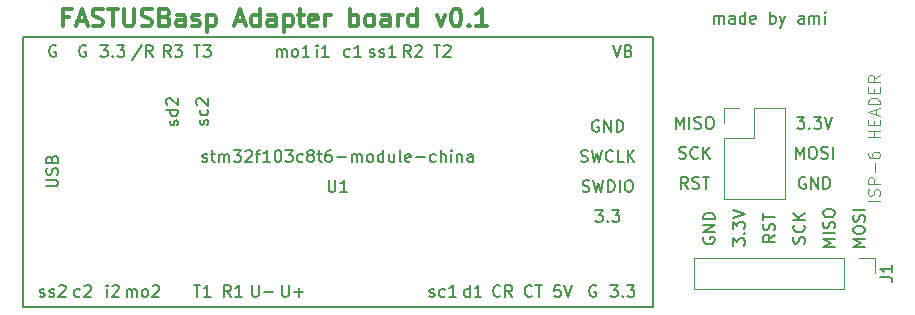
<source format=gto>
G04 #@! TF.FileFunction,Legend,Top*
%FSLAX46Y46*%
G04 Gerber Fmt 4.6, Leading zero omitted, Abs format (unit mm)*
G04 Created by KiCad (PCBNEW 4.0.6) date Sun May 21 13:57:47 2017*
%MOMM*%
%LPD*%
G01*
G04 APERTURE LIST*
%ADD10C,0.100000*%
%ADD11C,0.200000*%
%ADD12C,0.300000*%
%ADD13C,0.120000*%
%ADD14C,0.150000*%
G04 APERTURE END LIST*
D10*
D11*
X223020000Y-122681904D02*
X222972381Y-122777142D01*
X222972381Y-122919999D01*
X223020000Y-123062857D01*
X223115238Y-123158095D01*
X223210476Y-123205714D01*
X223400952Y-123253333D01*
X223543810Y-123253333D01*
X223734286Y-123205714D01*
X223829524Y-123158095D01*
X223924762Y-123062857D01*
X223972381Y-122919999D01*
X223972381Y-122824761D01*
X223924762Y-122681904D01*
X223877143Y-122634285D01*
X223543810Y-122634285D01*
X223543810Y-122824761D01*
X223972381Y-122205714D02*
X222972381Y-122205714D01*
X223972381Y-121634285D01*
X222972381Y-121634285D01*
X223972381Y-121158095D02*
X222972381Y-121158095D01*
X222972381Y-120920000D01*
X223020000Y-120777142D01*
X223115238Y-120681904D01*
X223210476Y-120634285D01*
X223400952Y-120586666D01*
X223543810Y-120586666D01*
X223734286Y-120634285D01*
X223829524Y-120681904D01*
X223924762Y-120777142D01*
X223972381Y-120920000D01*
X223972381Y-121158095D01*
X225512381Y-123396190D02*
X225512381Y-122777142D01*
X225893333Y-123110476D01*
X225893333Y-122967618D01*
X225940952Y-122872380D01*
X225988571Y-122824761D01*
X226083810Y-122777142D01*
X226321905Y-122777142D01*
X226417143Y-122824761D01*
X226464762Y-122872380D01*
X226512381Y-122967618D01*
X226512381Y-123253333D01*
X226464762Y-123348571D01*
X226417143Y-123396190D01*
X226417143Y-122348571D02*
X226464762Y-122300952D01*
X226512381Y-122348571D01*
X226464762Y-122396190D01*
X226417143Y-122348571D01*
X226512381Y-122348571D01*
X225512381Y-121967619D02*
X225512381Y-121348571D01*
X225893333Y-121681905D01*
X225893333Y-121539047D01*
X225940952Y-121443809D01*
X225988571Y-121396190D01*
X226083810Y-121348571D01*
X226321905Y-121348571D01*
X226417143Y-121396190D01*
X226464762Y-121443809D01*
X226512381Y-121539047D01*
X226512381Y-121824762D01*
X226464762Y-121920000D01*
X226417143Y-121967619D01*
X225512381Y-121062857D02*
X226512381Y-120729524D01*
X225512381Y-120396190D01*
X229052381Y-122467619D02*
X228576190Y-122800953D01*
X229052381Y-123039048D02*
X228052381Y-123039048D01*
X228052381Y-122658095D01*
X228100000Y-122562857D01*
X228147619Y-122515238D01*
X228242857Y-122467619D01*
X228385714Y-122467619D01*
X228480952Y-122515238D01*
X228528571Y-122562857D01*
X228576190Y-122658095D01*
X228576190Y-123039048D01*
X229004762Y-122086667D02*
X229052381Y-121943810D01*
X229052381Y-121705714D01*
X229004762Y-121610476D01*
X228957143Y-121562857D01*
X228861905Y-121515238D01*
X228766667Y-121515238D01*
X228671429Y-121562857D01*
X228623810Y-121610476D01*
X228576190Y-121705714D01*
X228528571Y-121896191D01*
X228480952Y-121991429D01*
X228433333Y-122039048D01*
X228338095Y-122086667D01*
X228242857Y-122086667D01*
X228147619Y-122039048D01*
X228100000Y-121991429D01*
X228052381Y-121896191D01*
X228052381Y-121658095D01*
X228100000Y-121515238D01*
X228052381Y-121229524D02*
X228052381Y-120658095D01*
X229052381Y-120943810D02*
X228052381Y-120943810D01*
X231544762Y-123205714D02*
X231592381Y-123062857D01*
X231592381Y-122824761D01*
X231544762Y-122729523D01*
X231497143Y-122681904D01*
X231401905Y-122634285D01*
X231306667Y-122634285D01*
X231211429Y-122681904D01*
X231163810Y-122729523D01*
X231116190Y-122824761D01*
X231068571Y-123015238D01*
X231020952Y-123110476D01*
X230973333Y-123158095D01*
X230878095Y-123205714D01*
X230782857Y-123205714D01*
X230687619Y-123158095D01*
X230640000Y-123110476D01*
X230592381Y-123015238D01*
X230592381Y-122777142D01*
X230640000Y-122634285D01*
X231497143Y-121634285D02*
X231544762Y-121681904D01*
X231592381Y-121824761D01*
X231592381Y-121919999D01*
X231544762Y-122062857D01*
X231449524Y-122158095D01*
X231354286Y-122205714D01*
X231163810Y-122253333D01*
X231020952Y-122253333D01*
X230830476Y-122205714D01*
X230735238Y-122158095D01*
X230640000Y-122062857D01*
X230592381Y-121919999D01*
X230592381Y-121824761D01*
X230640000Y-121681904D01*
X230687619Y-121634285D01*
X231592381Y-121205714D02*
X230592381Y-121205714D01*
X231592381Y-120634285D02*
X231020952Y-121062857D01*
X230592381Y-120634285D02*
X231163810Y-121205714D01*
X234132381Y-123491428D02*
X233132381Y-123491428D01*
X233846667Y-123158094D01*
X233132381Y-122824761D01*
X234132381Y-122824761D01*
X234132381Y-122348571D02*
X233132381Y-122348571D01*
X234084762Y-121920000D02*
X234132381Y-121777143D01*
X234132381Y-121539047D01*
X234084762Y-121443809D01*
X234037143Y-121396190D01*
X233941905Y-121348571D01*
X233846667Y-121348571D01*
X233751429Y-121396190D01*
X233703810Y-121443809D01*
X233656190Y-121539047D01*
X233608571Y-121729524D01*
X233560952Y-121824762D01*
X233513333Y-121872381D01*
X233418095Y-121920000D01*
X233322857Y-121920000D01*
X233227619Y-121872381D01*
X233180000Y-121824762D01*
X233132381Y-121729524D01*
X233132381Y-121491428D01*
X233180000Y-121348571D01*
X233132381Y-120729524D02*
X233132381Y-120539047D01*
X233180000Y-120443809D01*
X233275238Y-120348571D01*
X233465714Y-120300952D01*
X233799048Y-120300952D01*
X233989524Y-120348571D01*
X234084762Y-120443809D01*
X234132381Y-120539047D01*
X234132381Y-120729524D01*
X234084762Y-120824762D01*
X233989524Y-120920000D01*
X233799048Y-120967619D01*
X233465714Y-120967619D01*
X233275238Y-120920000D01*
X233180000Y-120824762D01*
X233132381Y-120729524D01*
X236672381Y-123491428D02*
X235672381Y-123491428D01*
X236386667Y-123158094D01*
X235672381Y-122824761D01*
X236672381Y-122824761D01*
X235672381Y-122158095D02*
X235672381Y-121967618D01*
X235720000Y-121872380D01*
X235815238Y-121777142D01*
X236005714Y-121729523D01*
X236339048Y-121729523D01*
X236529524Y-121777142D01*
X236624762Y-121872380D01*
X236672381Y-121967618D01*
X236672381Y-122158095D01*
X236624762Y-122253333D01*
X236529524Y-122348571D01*
X236339048Y-122396190D01*
X236005714Y-122396190D01*
X235815238Y-122348571D01*
X235720000Y-122253333D01*
X235672381Y-122158095D01*
X236624762Y-121348571D02*
X236672381Y-121205714D01*
X236672381Y-120967618D01*
X236624762Y-120872380D01*
X236577143Y-120824761D01*
X236481905Y-120777142D01*
X236386667Y-120777142D01*
X236291429Y-120824761D01*
X236243810Y-120872380D01*
X236196190Y-120967618D01*
X236148571Y-121158095D01*
X236100952Y-121253333D01*
X236053333Y-121300952D01*
X235958095Y-121348571D01*
X235862857Y-121348571D01*
X235767619Y-121300952D01*
X235720000Y-121253333D01*
X235672381Y-121158095D01*
X235672381Y-120919999D01*
X235720000Y-120777142D01*
X236672381Y-120348571D02*
X235672381Y-120348571D01*
X231648096Y-117610000D02*
X231552858Y-117562381D01*
X231410001Y-117562381D01*
X231267143Y-117610000D01*
X231171905Y-117705238D01*
X231124286Y-117800476D01*
X231076667Y-117990952D01*
X231076667Y-118133810D01*
X231124286Y-118324286D01*
X231171905Y-118419524D01*
X231267143Y-118514762D01*
X231410001Y-118562381D01*
X231505239Y-118562381D01*
X231648096Y-118514762D01*
X231695715Y-118467143D01*
X231695715Y-118133810D01*
X231505239Y-118133810D01*
X232124286Y-118562381D02*
X232124286Y-117562381D01*
X232695715Y-118562381D01*
X232695715Y-117562381D01*
X233171905Y-118562381D02*
X233171905Y-117562381D01*
X233410000Y-117562381D01*
X233552858Y-117610000D01*
X233648096Y-117705238D01*
X233695715Y-117800476D01*
X233743334Y-117990952D01*
X233743334Y-118133810D01*
X233695715Y-118324286D01*
X233648096Y-118419524D01*
X233552858Y-118514762D01*
X233410000Y-118562381D01*
X233171905Y-118562381D01*
X230838572Y-116022381D02*
X230838572Y-115022381D01*
X231171906Y-115736667D01*
X231505239Y-115022381D01*
X231505239Y-116022381D01*
X232171905Y-115022381D02*
X232362382Y-115022381D01*
X232457620Y-115070000D01*
X232552858Y-115165238D01*
X232600477Y-115355714D01*
X232600477Y-115689048D01*
X232552858Y-115879524D01*
X232457620Y-115974762D01*
X232362382Y-116022381D01*
X232171905Y-116022381D01*
X232076667Y-115974762D01*
X231981429Y-115879524D01*
X231933810Y-115689048D01*
X231933810Y-115355714D01*
X231981429Y-115165238D01*
X232076667Y-115070000D01*
X232171905Y-115022381D01*
X232981429Y-115974762D02*
X233124286Y-116022381D01*
X233362382Y-116022381D01*
X233457620Y-115974762D01*
X233505239Y-115927143D01*
X233552858Y-115831905D01*
X233552858Y-115736667D01*
X233505239Y-115641429D01*
X233457620Y-115593810D01*
X233362382Y-115546190D01*
X233171905Y-115498571D01*
X233076667Y-115450952D01*
X233029048Y-115403333D01*
X232981429Y-115308095D01*
X232981429Y-115212857D01*
X233029048Y-115117619D01*
X233076667Y-115070000D01*
X233171905Y-115022381D01*
X233410001Y-115022381D01*
X233552858Y-115070000D01*
X233981429Y-116022381D02*
X233981429Y-115022381D01*
X230933810Y-112482381D02*
X231552858Y-112482381D01*
X231219524Y-112863333D01*
X231362382Y-112863333D01*
X231457620Y-112910952D01*
X231505239Y-112958571D01*
X231552858Y-113053810D01*
X231552858Y-113291905D01*
X231505239Y-113387143D01*
X231457620Y-113434762D01*
X231362382Y-113482381D01*
X231076667Y-113482381D01*
X230981429Y-113434762D01*
X230933810Y-113387143D01*
X231981429Y-113387143D02*
X232029048Y-113434762D01*
X231981429Y-113482381D01*
X231933810Y-113434762D01*
X231981429Y-113387143D01*
X231981429Y-113482381D01*
X232362381Y-112482381D02*
X232981429Y-112482381D01*
X232648095Y-112863333D01*
X232790953Y-112863333D01*
X232886191Y-112910952D01*
X232933810Y-112958571D01*
X232981429Y-113053810D01*
X232981429Y-113291905D01*
X232933810Y-113387143D01*
X232886191Y-113434762D01*
X232790953Y-113482381D01*
X232505238Y-113482381D01*
X232410000Y-113434762D01*
X232362381Y-113387143D01*
X233267143Y-112482381D02*
X233600476Y-113482381D01*
X233933810Y-112482381D01*
D10*
X237942381Y-119609524D02*
X236942381Y-119609524D01*
X237894762Y-119180953D02*
X237942381Y-119038096D01*
X237942381Y-118800000D01*
X237894762Y-118704762D01*
X237847143Y-118657143D01*
X237751905Y-118609524D01*
X237656667Y-118609524D01*
X237561429Y-118657143D01*
X237513810Y-118704762D01*
X237466190Y-118800000D01*
X237418571Y-118990477D01*
X237370952Y-119085715D01*
X237323333Y-119133334D01*
X237228095Y-119180953D01*
X237132857Y-119180953D01*
X237037619Y-119133334D01*
X236990000Y-119085715D01*
X236942381Y-118990477D01*
X236942381Y-118752381D01*
X236990000Y-118609524D01*
X237942381Y-118180953D02*
X236942381Y-118180953D01*
X236942381Y-117800000D01*
X236990000Y-117704762D01*
X237037619Y-117657143D01*
X237132857Y-117609524D01*
X237275714Y-117609524D01*
X237370952Y-117657143D01*
X237418571Y-117704762D01*
X237466190Y-117800000D01*
X237466190Y-118180953D01*
X237561429Y-117180953D02*
X237561429Y-116419048D01*
X236942381Y-115514286D02*
X236942381Y-115704763D01*
X236990000Y-115800001D01*
X237037619Y-115847620D01*
X237180476Y-115942858D01*
X237370952Y-115990477D01*
X237751905Y-115990477D01*
X237847143Y-115942858D01*
X237894762Y-115895239D01*
X237942381Y-115800001D01*
X237942381Y-115609524D01*
X237894762Y-115514286D01*
X237847143Y-115466667D01*
X237751905Y-115419048D01*
X237513810Y-115419048D01*
X237418571Y-115466667D01*
X237370952Y-115514286D01*
X237323333Y-115609524D01*
X237323333Y-115800001D01*
X237370952Y-115895239D01*
X237418571Y-115942858D01*
X237513810Y-115990477D01*
X237942381Y-114228572D02*
X236942381Y-114228572D01*
X237418571Y-114228572D02*
X237418571Y-113657143D01*
X237942381Y-113657143D02*
X236942381Y-113657143D01*
X237418571Y-113180953D02*
X237418571Y-112847619D01*
X237942381Y-112704762D02*
X237942381Y-113180953D01*
X236942381Y-113180953D01*
X236942381Y-112704762D01*
X237656667Y-112323810D02*
X237656667Y-111847619D01*
X237942381Y-112419048D02*
X236942381Y-112085715D01*
X237942381Y-111752381D01*
X237942381Y-111419048D02*
X236942381Y-111419048D01*
X236942381Y-111180953D01*
X236990000Y-111038095D01*
X237085238Y-110942857D01*
X237180476Y-110895238D01*
X237370952Y-110847619D01*
X237513810Y-110847619D01*
X237704286Y-110895238D01*
X237799524Y-110942857D01*
X237894762Y-111038095D01*
X237942381Y-111180953D01*
X237942381Y-111419048D01*
X237418571Y-110419048D02*
X237418571Y-110085714D01*
X237942381Y-109942857D02*
X237942381Y-110419048D01*
X236942381Y-110419048D01*
X236942381Y-109942857D01*
X237942381Y-108942857D02*
X237466190Y-109276191D01*
X237942381Y-109514286D02*
X236942381Y-109514286D01*
X236942381Y-109133333D01*
X236990000Y-109038095D01*
X237037619Y-108990476D01*
X237132857Y-108942857D01*
X237275714Y-108942857D01*
X237370952Y-108990476D01*
X237418571Y-109038095D01*
X237466190Y-109133333D01*
X237466190Y-109514286D01*
D11*
X221702381Y-118562381D02*
X221369047Y-118086190D01*
X221130952Y-118562381D02*
X221130952Y-117562381D01*
X221511905Y-117562381D01*
X221607143Y-117610000D01*
X221654762Y-117657619D01*
X221702381Y-117752857D01*
X221702381Y-117895714D01*
X221654762Y-117990952D01*
X221607143Y-118038571D01*
X221511905Y-118086190D01*
X221130952Y-118086190D01*
X222083333Y-118514762D02*
X222226190Y-118562381D01*
X222464286Y-118562381D01*
X222559524Y-118514762D01*
X222607143Y-118467143D01*
X222654762Y-118371905D01*
X222654762Y-118276667D01*
X222607143Y-118181429D01*
X222559524Y-118133810D01*
X222464286Y-118086190D01*
X222273809Y-118038571D01*
X222178571Y-117990952D01*
X222130952Y-117943333D01*
X222083333Y-117848095D01*
X222083333Y-117752857D01*
X222130952Y-117657619D01*
X222178571Y-117610000D01*
X222273809Y-117562381D01*
X222511905Y-117562381D01*
X222654762Y-117610000D01*
X222940476Y-117562381D02*
X223511905Y-117562381D01*
X223226190Y-118562381D02*
X223226190Y-117562381D01*
X220964286Y-115974762D02*
X221107143Y-116022381D01*
X221345239Y-116022381D01*
X221440477Y-115974762D01*
X221488096Y-115927143D01*
X221535715Y-115831905D01*
X221535715Y-115736667D01*
X221488096Y-115641429D01*
X221440477Y-115593810D01*
X221345239Y-115546190D01*
X221154762Y-115498571D01*
X221059524Y-115450952D01*
X221011905Y-115403333D01*
X220964286Y-115308095D01*
X220964286Y-115212857D01*
X221011905Y-115117619D01*
X221059524Y-115070000D01*
X221154762Y-115022381D01*
X221392858Y-115022381D01*
X221535715Y-115070000D01*
X222535715Y-115927143D02*
X222488096Y-115974762D01*
X222345239Y-116022381D01*
X222250001Y-116022381D01*
X222107143Y-115974762D01*
X222011905Y-115879524D01*
X221964286Y-115784286D01*
X221916667Y-115593810D01*
X221916667Y-115450952D01*
X221964286Y-115260476D01*
X222011905Y-115165238D01*
X222107143Y-115070000D01*
X222250001Y-115022381D01*
X222345239Y-115022381D01*
X222488096Y-115070000D01*
X222535715Y-115117619D01*
X222964286Y-116022381D02*
X222964286Y-115022381D01*
X223535715Y-116022381D02*
X223107143Y-115450952D01*
X223535715Y-115022381D02*
X222964286Y-115593810D01*
X220678572Y-113482381D02*
X220678572Y-112482381D01*
X221011906Y-113196667D01*
X221345239Y-112482381D01*
X221345239Y-113482381D01*
X221821429Y-113482381D02*
X221821429Y-112482381D01*
X222250000Y-113434762D02*
X222392857Y-113482381D01*
X222630953Y-113482381D01*
X222726191Y-113434762D01*
X222773810Y-113387143D01*
X222821429Y-113291905D01*
X222821429Y-113196667D01*
X222773810Y-113101429D01*
X222726191Y-113053810D01*
X222630953Y-113006190D01*
X222440476Y-112958571D01*
X222345238Y-112910952D01*
X222297619Y-112863333D01*
X222250000Y-112768095D01*
X222250000Y-112672857D01*
X222297619Y-112577619D01*
X222345238Y-112530000D01*
X222440476Y-112482381D01*
X222678572Y-112482381D01*
X222821429Y-112530000D01*
X223440476Y-112482381D02*
X223630953Y-112482381D01*
X223726191Y-112530000D01*
X223821429Y-112625238D01*
X223869048Y-112815714D01*
X223869048Y-113149048D01*
X223821429Y-113339524D01*
X223726191Y-113434762D01*
X223630953Y-113482381D01*
X223440476Y-113482381D01*
X223345238Y-113434762D01*
X223250000Y-113339524D01*
X223202381Y-113149048D01*
X223202381Y-112815714D01*
X223250000Y-112625238D01*
X223345238Y-112530000D01*
X223440476Y-112482381D01*
X223885714Y-104592381D02*
X223885714Y-103925714D01*
X223885714Y-104020952D02*
X223933333Y-103973333D01*
X224028571Y-103925714D01*
X224171429Y-103925714D01*
X224266667Y-103973333D01*
X224314286Y-104068571D01*
X224314286Y-104592381D01*
X224314286Y-104068571D02*
X224361905Y-103973333D01*
X224457143Y-103925714D01*
X224600000Y-103925714D01*
X224695238Y-103973333D01*
X224742857Y-104068571D01*
X224742857Y-104592381D01*
X225647619Y-104592381D02*
X225647619Y-104068571D01*
X225600000Y-103973333D01*
X225504762Y-103925714D01*
X225314285Y-103925714D01*
X225219047Y-103973333D01*
X225647619Y-104544762D02*
X225552381Y-104592381D01*
X225314285Y-104592381D01*
X225219047Y-104544762D01*
X225171428Y-104449524D01*
X225171428Y-104354286D01*
X225219047Y-104259048D01*
X225314285Y-104211429D01*
X225552381Y-104211429D01*
X225647619Y-104163810D01*
X226552381Y-104592381D02*
X226552381Y-103592381D01*
X226552381Y-104544762D02*
X226457143Y-104592381D01*
X226266666Y-104592381D01*
X226171428Y-104544762D01*
X226123809Y-104497143D01*
X226076190Y-104401905D01*
X226076190Y-104116190D01*
X226123809Y-104020952D01*
X226171428Y-103973333D01*
X226266666Y-103925714D01*
X226457143Y-103925714D01*
X226552381Y-103973333D01*
X227409524Y-104544762D02*
X227314286Y-104592381D01*
X227123809Y-104592381D01*
X227028571Y-104544762D01*
X226980952Y-104449524D01*
X226980952Y-104068571D01*
X227028571Y-103973333D01*
X227123809Y-103925714D01*
X227314286Y-103925714D01*
X227409524Y-103973333D01*
X227457143Y-104068571D01*
X227457143Y-104163810D01*
X226980952Y-104259048D01*
X228647619Y-104592381D02*
X228647619Y-103592381D01*
X228647619Y-103973333D02*
X228742857Y-103925714D01*
X228933334Y-103925714D01*
X229028572Y-103973333D01*
X229076191Y-104020952D01*
X229123810Y-104116190D01*
X229123810Y-104401905D01*
X229076191Y-104497143D01*
X229028572Y-104544762D01*
X228933334Y-104592381D01*
X228742857Y-104592381D01*
X228647619Y-104544762D01*
X229457143Y-103925714D02*
X229695238Y-104592381D01*
X229933334Y-103925714D02*
X229695238Y-104592381D01*
X229600000Y-104830476D01*
X229552381Y-104878095D01*
X229457143Y-104925714D01*
X231504763Y-104592381D02*
X231504763Y-104068571D01*
X231457144Y-103973333D01*
X231361906Y-103925714D01*
X231171429Y-103925714D01*
X231076191Y-103973333D01*
X231504763Y-104544762D02*
X231409525Y-104592381D01*
X231171429Y-104592381D01*
X231076191Y-104544762D01*
X231028572Y-104449524D01*
X231028572Y-104354286D01*
X231076191Y-104259048D01*
X231171429Y-104211429D01*
X231409525Y-104211429D01*
X231504763Y-104163810D01*
X231980953Y-104592381D02*
X231980953Y-103925714D01*
X231980953Y-104020952D02*
X232028572Y-103973333D01*
X232123810Y-103925714D01*
X232266668Y-103925714D01*
X232361906Y-103973333D01*
X232409525Y-104068571D01*
X232409525Y-104592381D01*
X232409525Y-104068571D02*
X232457144Y-103973333D01*
X232552382Y-103925714D01*
X232695239Y-103925714D01*
X232790477Y-103973333D01*
X232838096Y-104068571D01*
X232838096Y-104592381D01*
X233314286Y-104592381D02*
X233314286Y-103925714D01*
X233314286Y-103592381D02*
X233266667Y-103640000D01*
X233314286Y-103687619D01*
X233361905Y-103640000D01*
X233314286Y-103592381D01*
X233314286Y-103687619D01*
D12*
X169297144Y-104032857D02*
X168797144Y-104032857D01*
X168797144Y-104818571D02*
X168797144Y-103318571D01*
X169511430Y-103318571D01*
X170011429Y-104390000D02*
X170725715Y-104390000D01*
X169868572Y-104818571D02*
X170368572Y-103318571D01*
X170868572Y-104818571D01*
X171297143Y-104747143D02*
X171511429Y-104818571D01*
X171868572Y-104818571D01*
X172011429Y-104747143D01*
X172082858Y-104675714D01*
X172154286Y-104532857D01*
X172154286Y-104390000D01*
X172082858Y-104247143D01*
X172011429Y-104175714D01*
X171868572Y-104104286D01*
X171582858Y-104032857D01*
X171440000Y-103961429D01*
X171368572Y-103890000D01*
X171297143Y-103747143D01*
X171297143Y-103604286D01*
X171368572Y-103461429D01*
X171440000Y-103390000D01*
X171582858Y-103318571D01*
X171940000Y-103318571D01*
X172154286Y-103390000D01*
X172582857Y-103318571D02*
X173440000Y-103318571D01*
X173011429Y-104818571D02*
X173011429Y-103318571D01*
X173940000Y-103318571D02*
X173940000Y-104532857D01*
X174011428Y-104675714D01*
X174082857Y-104747143D01*
X174225714Y-104818571D01*
X174511428Y-104818571D01*
X174654286Y-104747143D01*
X174725714Y-104675714D01*
X174797143Y-104532857D01*
X174797143Y-103318571D01*
X175440000Y-104747143D02*
X175654286Y-104818571D01*
X176011429Y-104818571D01*
X176154286Y-104747143D01*
X176225715Y-104675714D01*
X176297143Y-104532857D01*
X176297143Y-104390000D01*
X176225715Y-104247143D01*
X176154286Y-104175714D01*
X176011429Y-104104286D01*
X175725715Y-104032857D01*
X175582857Y-103961429D01*
X175511429Y-103890000D01*
X175440000Y-103747143D01*
X175440000Y-103604286D01*
X175511429Y-103461429D01*
X175582857Y-103390000D01*
X175725715Y-103318571D01*
X176082857Y-103318571D01*
X176297143Y-103390000D01*
X177440000Y-104032857D02*
X177654286Y-104104286D01*
X177725714Y-104175714D01*
X177797143Y-104318571D01*
X177797143Y-104532857D01*
X177725714Y-104675714D01*
X177654286Y-104747143D01*
X177511428Y-104818571D01*
X176940000Y-104818571D01*
X176940000Y-103318571D01*
X177440000Y-103318571D01*
X177582857Y-103390000D01*
X177654286Y-103461429D01*
X177725714Y-103604286D01*
X177725714Y-103747143D01*
X177654286Y-103890000D01*
X177582857Y-103961429D01*
X177440000Y-104032857D01*
X176940000Y-104032857D01*
X179082857Y-104818571D02*
X179082857Y-104032857D01*
X179011428Y-103890000D01*
X178868571Y-103818571D01*
X178582857Y-103818571D01*
X178440000Y-103890000D01*
X179082857Y-104747143D02*
X178940000Y-104818571D01*
X178582857Y-104818571D01*
X178440000Y-104747143D01*
X178368571Y-104604286D01*
X178368571Y-104461429D01*
X178440000Y-104318571D01*
X178582857Y-104247143D01*
X178940000Y-104247143D01*
X179082857Y-104175714D01*
X179725714Y-104747143D02*
X179868571Y-104818571D01*
X180154286Y-104818571D01*
X180297143Y-104747143D01*
X180368571Y-104604286D01*
X180368571Y-104532857D01*
X180297143Y-104390000D01*
X180154286Y-104318571D01*
X179940000Y-104318571D01*
X179797143Y-104247143D01*
X179725714Y-104104286D01*
X179725714Y-104032857D01*
X179797143Y-103890000D01*
X179940000Y-103818571D01*
X180154286Y-103818571D01*
X180297143Y-103890000D01*
X181011429Y-103818571D02*
X181011429Y-105318571D01*
X181011429Y-103890000D02*
X181154286Y-103818571D01*
X181440000Y-103818571D01*
X181582857Y-103890000D01*
X181654286Y-103961429D01*
X181725715Y-104104286D01*
X181725715Y-104532857D01*
X181654286Y-104675714D01*
X181582857Y-104747143D01*
X181440000Y-104818571D01*
X181154286Y-104818571D01*
X181011429Y-104747143D01*
X183440000Y-104390000D02*
X184154286Y-104390000D01*
X183297143Y-104818571D02*
X183797143Y-103318571D01*
X184297143Y-104818571D01*
X185440000Y-104818571D02*
X185440000Y-103318571D01*
X185440000Y-104747143D02*
X185297143Y-104818571D01*
X185011429Y-104818571D01*
X184868571Y-104747143D01*
X184797143Y-104675714D01*
X184725714Y-104532857D01*
X184725714Y-104104286D01*
X184797143Y-103961429D01*
X184868571Y-103890000D01*
X185011429Y-103818571D01*
X185297143Y-103818571D01*
X185440000Y-103890000D01*
X186797143Y-104818571D02*
X186797143Y-104032857D01*
X186725714Y-103890000D01*
X186582857Y-103818571D01*
X186297143Y-103818571D01*
X186154286Y-103890000D01*
X186797143Y-104747143D02*
X186654286Y-104818571D01*
X186297143Y-104818571D01*
X186154286Y-104747143D01*
X186082857Y-104604286D01*
X186082857Y-104461429D01*
X186154286Y-104318571D01*
X186297143Y-104247143D01*
X186654286Y-104247143D01*
X186797143Y-104175714D01*
X187511429Y-103818571D02*
X187511429Y-105318571D01*
X187511429Y-103890000D02*
X187654286Y-103818571D01*
X187940000Y-103818571D01*
X188082857Y-103890000D01*
X188154286Y-103961429D01*
X188225715Y-104104286D01*
X188225715Y-104532857D01*
X188154286Y-104675714D01*
X188082857Y-104747143D01*
X187940000Y-104818571D01*
X187654286Y-104818571D01*
X187511429Y-104747143D01*
X188654286Y-103818571D02*
X189225715Y-103818571D01*
X188868572Y-103318571D02*
X188868572Y-104604286D01*
X188940000Y-104747143D01*
X189082858Y-104818571D01*
X189225715Y-104818571D01*
X190297143Y-104747143D02*
X190154286Y-104818571D01*
X189868572Y-104818571D01*
X189725715Y-104747143D01*
X189654286Y-104604286D01*
X189654286Y-104032857D01*
X189725715Y-103890000D01*
X189868572Y-103818571D01*
X190154286Y-103818571D01*
X190297143Y-103890000D01*
X190368572Y-104032857D01*
X190368572Y-104175714D01*
X189654286Y-104318571D01*
X191011429Y-104818571D02*
X191011429Y-103818571D01*
X191011429Y-104104286D02*
X191082857Y-103961429D01*
X191154286Y-103890000D01*
X191297143Y-103818571D01*
X191440000Y-103818571D01*
X193082857Y-104818571D02*
X193082857Y-103318571D01*
X193082857Y-103890000D02*
X193225714Y-103818571D01*
X193511428Y-103818571D01*
X193654285Y-103890000D01*
X193725714Y-103961429D01*
X193797143Y-104104286D01*
X193797143Y-104532857D01*
X193725714Y-104675714D01*
X193654285Y-104747143D01*
X193511428Y-104818571D01*
X193225714Y-104818571D01*
X193082857Y-104747143D01*
X194654286Y-104818571D02*
X194511428Y-104747143D01*
X194440000Y-104675714D01*
X194368571Y-104532857D01*
X194368571Y-104104286D01*
X194440000Y-103961429D01*
X194511428Y-103890000D01*
X194654286Y-103818571D01*
X194868571Y-103818571D01*
X195011428Y-103890000D01*
X195082857Y-103961429D01*
X195154286Y-104104286D01*
X195154286Y-104532857D01*
X195082857Y-104675714D01*
X195011428Y-104747143D01*
X194868571Y-104818571D01*
X194654286Y-104818571D01*
X196440000Y-104818571D02*
X196440000Y-104032857D01*
X196368571Y-103890000D01*
X196225714Y-103818571D01*
X195940000Y-103818571D01*
X195797143Y-103890000D01*
X196440000Y-104747143D02*
X196297143Y-104818571D01*
X195940000Y-104818571D01*
X195797143Y-104747143D01*
X195725714Y-104604286D01*
X195725714Y-104461429D01*
X195797143Y-104318571D01*
X195940000Y-104247143D01*
X196297143Y-104247143D01*
X196440000Y-104175714D01*
X197154286Y-104818571D02*
X197154286Y-103818571D01*
X197154286Y-104104286D02*
X197225714Y-103961429D01*
X197297143Y-103890000D01*
X197440000Y-103818571D01*
X197582857Y-103818571D01*
X198725714Y-104818571D02*
X198725714Y-103318571D01*
X198725714Y-104747143D02*
X198582857Y-104818571D01*
X198297143Y-104818571D01*
X198154285Y-104747143D01*
X198082857Y-104675714D01*
X198011428Y-104532857D01*
X198011428Y-104104286D01*
X198082857Y-103961429D01*
X198154285Y-103890000D01*
X198297143Y-103818571D01*
X198582857Y-103818571D01*
X198725714Y-103890000D01*
X200440000Y-103818571D02*
X200797143Y-104818571D01*
X201154285Y-103818571D01*
X202011428Y-103318571D02*
X202154285Y-103318571D01*
X202297142Y-103390000D01*
X202368571Y-103461429D01*
X202440000Y-103604286D01*
X202511428Y-103890000D01*
X202511428Y-104247143D01*
X202440000Y-104532857D01*
X202368571Y-104675714D01*
X202297142Y-104747143D01*
X202154285Y-104818571D01*
X202011428Y-104818571D01*
X201868571Y-104747143D01*
X201797142Y-104675714D01*
X201725714Y-104532857D01*
X201654285Y-104247143D01*
X201654285Y-103890000D01*
X201725714Y-103604286D01*
X201797142Y-103461429D01*
X201868571Y-103390000D01*
X202011428Y-103318571D01*
X203154285Y-104675714D02*
X203225713Y-104747143D01*
X203154285Y-104818571D01*
X203082856Y-104747143D01*
X203154285Y-104675714D01*
X203154285Y-104818571D01*
X204654285Y-104818571D02*
X203797142Y-104818571D01*
X204225714Y-104818571D02*
X204225714Y-103318571D01*
X204082857Y-103532857D01*
X203939999Y-103675714D01*
X203797142Y-103747143D01*
D13*
X224730000Y-114300000D02*
X224730000Y-119440000D01*
X224730000Y-119440000D02*
X229930000Y-119440000D01*
X229930000Y-119440000D02*
X229930000Y-111700000D01*
X229930000Y-111700000D02*
X227330000Y-111700000D01*
X227330000Y-111700000D02*
X227330000Y-114300000D01*
X227330000Y-114300000D02*
X224730000Y-114300000D01*
X224730000Y-113030000D02*
X224730000Y-111700000D01*
X224730000Y-111700000D02*
X226060000Y-111700000D01*
D14*
X165375001Y-128545001D02*
X218715001Y-128545001D01*
X218715001Y-105685001D02*
X165375001Y-105685001D01*
X218715001Y-128545001D02*
X218715001Y-105685001D01*
X165375001Y-105685001D02*
X165375001Y-128545001D01*
D13*
X234950000Y-124400000D02*
X222190000Y-124400000D01*
X222190000Y-124400000D02*
X222190000Y-127060000D01*
X222190000Y-127060000D02*
X234950000Y-127060000D01*
X234950000Y-127060000D02*
X234950000Y-124400000D01*
X236220000Y-124400000D02*
X237550000Y-124400000D01*
X237550000Y-124400000D02*
X237550000Y-125730000D01*
D14*
X191283096Y-117837382D02*
X191283096Y-118646906D01*
X191330715Y-118742144D01*
X191378334Y-118789763D01*
X191473572Y-118837382D01*
X191664049Y-118837382D01*
X191759287Y-118789763D01*
X191806906Y-118742144D01*
X191854525Y-118646906D01*
X191854525Y-117837382D01*
X192854525Y-118837382D02*
X192283096Y-118837382D01*
X192568810Y-118837382D02*
X192568810Y-117837382D01*
X192473572Y-117980239D01*
X192378334Y-118075477D01*
X192283096Y-118123096D01*
X180568810Y-116249763D02*
X180664048Y-116297382D01*
X180854524Y-116297382D01*
X180949763Y-116249763D01*
X180997382Y-116154525D01*
X180997382Y-116106906D01*
X180949763Y-116011668D01*
X180854524Y-115964049D01*
X180711667Y-115964049D01*
X180616429Y-115916430D01*
X180568810Y-115821191D01*
X180568810Y-115773572D01*
X180616429Y-115678334D01*
X180711667Y-115630715D01*
X180854524Y-115630715D01*
X180949763Y-115678334D01*
X181283096Y-115630715D02*
X181664048Y-115630715D01*
X181425953Y-115297382D02*
X181425953Y-116154525D01*
X181473572Y-116249763D01*
X181568810Y-116297382D01*
X181664048Y-116297382D01*
X181997382Y-116297382D02*
X181997382Y-115630715D01*
X181997382Y-115725953D02*
X182045001Y-115678334D01*
X182140239Y-115630715D01*
X182283097Y-115630715D01*
X182378335Y-115678334D01*
X182425954Y-115773572D01*
X182425954Y-116297382D01*
X182425954Y-115773572D02*
X182473573Y-115678334D01*
X182568811Y-115630715D01*
X182711668Y-115630715D01*
X182806906Y-115678334D01*
X182854525Y-115773572D01*
X182854525Y-116297382D01*
X183235477Y-115297382D02*
X183854525Y-115297382D01*
X183521191Y-115678334D01*
X183664049Y-115678334D01*
X183759287Y-115725953D01*
X183806906Y-115773572D01*
X183854525Y-115868811D01*
X183854525Y-116106906D01*
X183806906Y-116202144D01*
X183759287Y-116249763D01*
X183664049Y-116297382D01*
X183378334Y-116297382D01*
X183283096Y-116249763D01*
X183235477Y-116202144D01*
X184235477Y-115392620D02*
X184283096Y-115345001D01*
X184378334Y-115297382D01*
X184616430Y-115297382D01*
X184711668Y-115345001D01*
X184759287Y-115392620D01*
X184806906Y-115487858D01*
X184806906Y-115583096D01*
X184759287Y-115725953D01*
X184187858Y-116297382D01*
X184806906Y-116297382D01*
X185092620Y-115630715D02*
X185473572Y-115630715D01*
X185235477Y-116297382D02*
X185235477Y-115440239D01*
X185283096Y-115345001D01*
X185378334Y-115297382D01*
X185473572Y-115297382D01*
X186330716Y-116297382D02*
X185759287Y-116297382D01*
X186045001Y-116297382D02*
X186045001Y-115297382D01*
X185949763Y-115440239D01*
X185854525Y-115535477D01*
X185759287Y-115583096D01*
X186949763Y-115297382D02*
X187045002Y-115297382D01*
X187140240Y-115345001D01*
X187187859Y-115392620D01*
X187235478Y-115487858D01*
X187283097Y-115678334D01*
X187283097Y-115916430D01*
X187235478Y-116106906D01*
X187187859Y-116202144D01*
X187140240Y-116249763D01*
X187045002Y-116297382D01*
X186949763Y-116297382D01*
X186854525Y-116249763D01*
X186806906Y-116202144D01*
X186759287Y-116106906D01*
X186711668Y-115916430D01*
X186711668Y-115678334D01*
X186759287Y-115487858D01*
X186806906Y-115392620D01*
X186854525Y-115345001D01*
X186949763Y-115297382D01*
X187616430Y-115297382D02*
X188235478Y-115297382D01*
X187902144Y-115678334D01*
X188045002Y-115678334D01*
X188140240Y-115725953D01*
X188187859Y-115773572D01*
X188235478Y-115868811D01*
X188235478Y-116106906D01*
X188187859Y-116202144D01*
X188140240Y-116249763D01*
X188045002Y-116297382D01*
X187759287Y-116297382D01*
X187664049Y-116249763D01*
X187616430Y-116202144D01*
X189092621Y-116249763D02*
X188997383Y-116297382D01*
X188806906Y-116297382D01*
X188711668Y-116249763D01*
X188664049Y-116202144D01*
X188616430Y-116106906D01*
X188616430Y-115821191D01*
X188664049Y-115725953D01*
X188711668Y-115678334D01*
X188806906Y-115630715D01*
X188997383Y-115630715D01*
X189092621Y-115678334D01*
X189664049Y-115725953D02*
X189568811Y-115678334D01*
X189521192Y-115630715D01*
X189473573Y-115535477D01*
X189473573Y-115487858D01*
X189521192Y-115392620D01*
X189568811Y-115345001D01*
X189664049Y-115297382D01*
X189854526Y-115297382D01*
X189949764Y-115345001D01*
X189997383Y-115392620D01*
X190045002Y-115487858D01*
X190045002Y-115535477D01*
X189997383Y-115630715D01*
X189949764Y-115678334D01*
X189854526Y-115725953D01*
X189664049Y-115725953D01*
X189568811Y-115773572D01*
X189521192Y-115821191D01*
X189473573Y-115916430D01*
X189473573Y-116106906D01*
X189521192Y-116202144D01*
X189568811Y-116249763D01*
X189664049Y-116297382D01*
X189854526Y-116297382D01*
X189949764Y-116249763D01*
X189997383Y-116202144D01*
X190045002Y-116106906D01*
X190045002Y-115916430D01*
X189997383Y-115821191D01*
X189949764Y-115773572D01*
X189854526Y-115725953D01*
X190330716Y-115630715D02*
X190711668Y-115630715D01*
X190473573Y-115297382D02*
X190473573Y-116154525D01*
X190521192Y-116249763D01*
X190616430Y-116297382D01*
X190711668Y-116297382D01*
X191473574Y-115297382D02*
X191283097Y-115297382D01*
X191187859Y-115345001D01*
X191140240Y-115392620D01*
X191045002Y-115535477D01*
X190997383Y-115725953D01*
X190997383Y-116106906D01*
X191045002Y-116202144D01*
X191092621Y-116249763D01*
X191187859Y-116297382D01*
X191378336Y-116297382D01*
X191473574Y-116249763D01*
X191521193Y-116202144D01*
X191568812Y-116106906D01*
X191568812Y-115868811D01*
X191521193Y-115773572D01*
X191473574Y-115725953D01*
X191378336Y-115678334D01*
X191187859Y-115678334D01*
X191092621Y-115725953D01*
X191045002Y-115773572D01*
X190997383Y-115868811D01*
X191997383Y-115916430D02*
X192759288Y-115916430D01*
X193235478Y-116297382D02*
X193235478Y-115630715D01*
X193235478Y-115725953D02*
X193283097Y-115678334D01*
X193378335Y-115630715D01*
X193521193Y-115630715D01*
X193616431Y-115678334D01*
X193664050Y-115773572D01*
X193664050Y-116297382D01*
X193664050Y-115773572D02*
X193711669Y-115678334D01*
X193806907Y-115630715D01*
X193949764Y-115630715D01*
X194045002Y-115678334D01*
X194092621Y-115773572D01*
X194092621Y-116297382D01*
X194711668Y-116297382D02*
X194616430Y-116249763D01*
X194568811Y-116202144D01*
X194521192Y-116106906D01*
X194521192Y-115821191D01*
X194568811Y-115725953D01*
X194616430Y-115678334D01*
X194711668Y-115630715D01*
X194854526Y-115630715D01*
X194949764Y-115678334D01*
X194997383Y-115725953D01*
X195045002Y-115821191D01*
X195045002Y-116106906D01*
X194997383Y-116202144D01*
X194949764Y-116249763D01*
X194854526Y-116297382D01*
X194711668Y-116297382D01*
X195902145Y-116297382D02*
X195902145Y-115297382D01*
X195902145Y-116249763D02*
X195806907Y-116297382D01*
X195616430Y-116297382D01*
X195521192Y-116249763D01*
X195473573Y-116202144D01*
X195425954Y-116106906D01*
X195425954Y-115821191D01*
X195473573Y-115725953D01*
X195521192Y-115678334D01*
X195616430Y-115630715D01*
X195806907Y-115630715D01*
X195902145Y-115678334D01*
X196806907Y-115630715D02*
X196806907Y-116297382D01*
X196378335Y-115630715D02*
X196378335Y-116154525D01*
X196425954Y-116249763D01*
X196521192Y-116297382D01*
X196664050Y-116297382D01*
X196759288Y-116249763D01*
X196806907Y-116202144D01*
X197425954Y-116297382D02*
X197330716Y-116249763D01*
X197283097Y-116154525D01*
X197283097Y-115297382D01*
X198187860Y-116249763D02*
X198092622Y-116297382D01*
X197902145Y-116297382D01*
X197806907Y-116249763D01*
X197759288Y-116154525D01*
X197759288Y-115773572D01*
X197806907Y-115678334D01*
X197902145Y-115630715D01*
X198092622Y-115630715D01*
X198187860Y-115678334D01*
X198235479Y-115773572D01*
X198235479Y-115868811D01*
X197759288Y-115964049D01*
X198664050Y-115916430D02*
X199425955Y-115916430D01*
X200330717Y-116249763D02*
X200235479Y-116297382D01*
X200045002Y-116297382D01*
X199949764Y-116249763D01*
X199902145Y-116202144D01*
X199854526Y-116106906D01*
X199854526Y-115821191D01*
X199902145Y-115725953D01*
X199949764Y-115678334D01*
X200045002Y-115630715D01*
X200235479Y-115630715D01*
X200330717Y-115678334D01*
X200759288Y-116297382D02*
X200759288Y-115297382D01*
X201187860Y-116297382D02*
X201187860Y-115773572D01*
X201140241Y-115678334D01*
X201045003Y-115630715D01*
X200902145Y-115630715D01*
X200806907Y-115678334D01*
X200759288Y-115725953D01*
X201664050Y-116297382D02*
X201664050Y-115630715D01*
X201664050Y-115297382D02*
X201616431Y-115345001D01*
X201664050Y-115392620D01*
X201711669Y-115345001D01*
X201664050Y-115297382D01*
X201664050Y-115392620D01*
X202140240Y-115630715D02*
X202140240Y-116297382D01*
X202140240Y-115725953D02*
X202187859Y-115678334D01*
X202283097Y-115630715D01*
X202425955Y-115630715D01*
X202521193Y-115678334D01*
X202568812Y-115773572D01*
X202568812Y-116297382D01*
X203473574Y-116297382D02*
X203473574Y-115773572D01*
X203425955Y-115678334D01*
X203330717Y-115630715D01*
X203140240Y-115630715D01*
X203045002Y-115678334D01*
X203473574Y-116249763D02*
X203378336Y-116297382D01*
X203140240Y-116297382D01*
X203045002Y-116249763D01*
X202997383Y-116154525D01*
X202997383Y-116059287D01*
X203045002Y-115964049D01*
X203140240Y-115916430D01*
X203378336Y-115916430D01*
X203473574Y-115868811D01*
X181019763Y-113154049D02*
X181067382Y-113058811D01*
X181067382Y-112868335D01*
X181019763Y-112773096D01*
X180924525Y-112725477D01*
X180876906Y-112725477D01*
X180781668Y-112773096D01*
X180734049Y-112868335D01*
X180734049Y-113011192D01*
X180686430Y-113106430D01*
X180591191Y-113154049D01*
X180543572Y-113154049D01*
X180448334Y-113106430D01*
X180400715Y-113011192D01*
X180400715Y-112868335D01*
X180448334Y-112773096D01*
X181019763Y-111868334D02*
X181067382Y-111963572D01*
X181067382Y-112154049D01*
X181019763Y-112249287D01*
X180972144Y-112296906D01*
X180876906Y-112344525D01*
X180591191Y-112344525D01*
X180495953Y-112296906D01*
X180448334Y-112249287D01*
X180400715Y-112154049D01*
X180400715Y-111963572D01*
X180448334Y-111868334D01*
X180162620Y-111487382D02*
X180115001Y-111439763D01*
X180067382Y-111344525D01*
X180067382Y-111106429D01*
X180115001Y-111011191D01*
X180162620Y-110963572D01*
X180257858Y-110915953D01*
X180353096Y-110915953D01*
X180495953Y-110963572D01*
X181067382Y-111535001D01*
X181067382Y-110915953D01*
X178479763Y-113177858D02*
X178527382Y-113082620D01*
X178527382Y-112892144D01*
X178479763Y-112796905D01*
X178384525Y-112749286D01*
X178336906Y-112749286D01*
X178241668Y-112796905D01*
X178194049Y-112892144D01*
X178194049Y-113035001D01*
X178146430Y-113130239D01*
X178051191Y-113177858D01*
X178003572Y-113177858D01*
X177908334Y-113130239D01*
X177860715Y-113035001D01*
X177860715Y-112892144D01*
X177908334Y-112796905D01*
X178527382Y-111892143D02*
X177527382Y-111892143D01*
X178479763Y-111892143D02*
X178527382Y-111987381D01*
X178527382Y-112177858D01*
X178479763Y-112273096D01*
X178432144Y-112320715D01*
X178336906Y-112368334D01*
X178051191Y-112368334D01*
X177955953Y-112320715D01*
X177908334Y-112273096D01*
X177860715Y-112177858D01*
X177860715Y-111987381D01*
X177908334Y-111892143D01*
X177622620Y-111463572D02*
X177575001Y-111415953D01*
X177527382Y-111320715D01*
X177527382Y-111082619D01*
X177575001Y-110987381D01*
X177622620Y-110939762D01*
X177717858Y-110892143D01*
X177813096Y-110892143D01*
X177955953Y-110939762D01*
X178527382Y-111511191D01*
X178527382Y-110892143D01*
X174177858Y-127727382D02*
X174177858Y-127060715D01*
X174177858Y-127155953D02*
X174225477Y-127108334D01*
X174320715Y-127060715D01*
X174463573Y-127060715D01*
X174558811Y-127108334D01*
X174606430Y-127203572D01*
X174606430Y-127727382D01*
X174606430Y-127203572D02*
X174654049Y-127108334D01*
X174749287Y-127060715D01*
X174892144Y-127060715D01*
X174987382Y-127108334D01*
X175035001Y-127203572D01*
X175035001Y-127727382D01*
X175654048Y-127727382D02*
X175558810Y-127679763D01*
X175511191Y-127632144D01*
X175463572Y-127536906D01*
X175463572Y-127251191D01*
X175511191Y-127155953D01*
X175558810Y-127108334D01*
X175654048Y-127060715D01*
X175796906Y-127060715D01*
X175892144Y-127108334D01*
X175939763Y-127155953D01*
X175987382Y-127251191D01*
X175987382Y-127536906D01*
X175939763Y-127632144D01*
X175892144Y-127679763D01*
X175796906Y-127727382D01*
X175654048Y-127727382D01*
X176368334Y-126822620D02*
X176415953Y-126775001D01*
X176511191Y-126727382D01*
X176749287Y-126727382D01*
X176844525Y-126775001D01*
X176892144Y-126822620D01*
X176939763Y-126917858D01*
X176939763Y-127013096D01*
X176892144Y-127155953D01*
X176320715Y-127727382D01*
X176939763Y-127727382D01*
X172518811Y-127727382D02*
X172518811Y-127060715D01*
X172518811Y-126727382D02*
X172471192Y-126775001D01*
X172518811Y-126822620D01*
X172566430Y-126775001D01*
X172518811Y-126727382D01*
X172518811Y-126822620D01*
X172947382Y-126822620D02*
X172995001Y-126775001D01*
X173090239Y-126727382D01*
X173328335Y-126727382D01*
X173423573Y-126775001D01*
X173471192Y-126822620D01*
X173518811Y-126917858D01*
X173518811Y-127013096D01*
X173471192Y-127155953D01*
X172899763Y-127727382D01*
X173518811Y-127727382D01*
X170216906Y-127679763D02*
X170121668Y-127727382D01*
X169931191Y-127727382D01*
X169835953Y-127679763D01*
X169788334Y-127632144D01*
X169740715Y-127536906D01*
X169740715Y-127251191D01*
X169788334Y-127155953D01*
X169835953Y-127108334D01*
X169931191Y-127060715D01*
X170121668Y-127060715D01*
X170216906Y-127108334D01*
X170597858Y-126822620D02*
X170645477Y-126775001D01*
X170740715Y-126727382D01*
X170978811Y-126727382D01*
X171074049Y-126775001D01*
X171121668Y-126822620D01*
X171169287Y-126917858D01*
X171169287Y-127013096D01*
X171121668Y-127155953D01*
X170550239Y-127727382D01*
X171169287Y-127727382D01*
X166819763Y-127679763D02*
X166915001Y-127727382D01*
X167105477Y-127727382D01*
X167200716Y-127679763D01*
X167248335Y-127584525D01*
X167248335Y-127536906D01*
X167200716Y-127441668D01*
X167105477Y-127394049D01*
X166962620Y-127394049D01*
X166867382Y-127346430D01*
X166819763Y-127251191D01*
X166819763Y-127203572D01*
X166867382Y-127108334D01*
X166962620Y-127060715D01*
X167105477Y-127060715D01*
X167200716Y-127108334D01*
X167629287Y-127679763D02*
X167724525Y-127727382D01*
X167915001Y-127727382D01*
X168010240Y-127679763D01*
X168057859Y-127584525D01*
X168057859Y-127536906D01*
X168010240Y-127441668D01*
X167915001Y-127394049D01*
X167772144Y-127394049D01*
X167676906Y-127346430D01*
X167629287Y-127251191D01*
X167629287Y-127203572D01*
X167676906Y-127108334D01*
X167772144Y-127060715D01*
X167915001Y-127060715D01*
X168010240Y-127108334D01*
X168438811Y-126822620D02*
X168486430Y-126775001D01*
X168581668Y-126727382D01*
X168819764Y-126727382D01*
X168915002Y-126775001D01*
X168962621Y-126822620D01*
X169010240Y-126917858D01*
X169010240Y-127013096D01*
X168962621Y-127155953D01*
X168391192Y-127727382D01*
X169010240Y-127727382D01*
X203213097Y-127727382D02*
X203213097Y-126727382D01*
X203213097Y-127679763D02*
X203117859Y-127727382D01*
X202927382Y-127727382D01*
X202832144Y-127679763D01*
X202784525Y-127632144D01*
X202736906Y-127536906D01*
X202736906Y-127251191D01*
X202784525Y-127155953D01*
X202832144Y-127108334D01*
X202927382Y-127060715D01*
X203117859Y-127060715D01*
X203213097Y-127108334D01*
X204213097Y-127727382D02*
X203641668Y-127727382D01*
X203927382Y-127727382D02*
X203927382Y-126727382D01*
X203832144Y-126870239D01*
X203736906Y-126965477D01*
X203641668Y-127013096D01*
X199815953Y-127679763D02*
X199911191Y-127727382D01*
X200101667Y-127727382D01*
X200196906Y-127679763D01*
X200244525Y-127584525D01*
X200244525Y-127536906D01*
X200196906Y-127441668D01*
X200101667Y-127394049D01*
X199958810Y-127394049D01*
X199863572Y-127346430D01*
X199815953Y-127251191D01*
X199815953Y-127203572D01*
X199863572Y-127108334D01*
X199958810Y-127060715D01*
X200101667Y-127060715D01*
X200196906Y-127108334D01*
X201101668Y-127679763D02*
X201006430Y-127727382D01*
X200815953Y-127727382D01*
X200720715Y-127679763D01*
X200673096Y-127632144D01*
X200625477Y-127536906D01*
X200625477Y-127251191D01*
X200673096Y-127155953D01*
X200720715Y-127108334D01*
X200815953Y-127060715D01*
X201006430Y-127060715D01*
X201101668Y-127108334D01*
X202054049Y-127727382D02*
X201482620Y-127727382D01*
X201768334Y-127727382D02*
X201768334Y-126727382D01*
X201673096Y-126870239D01*
X201577858Y-126965477D01*
X201482620Y-127013096D01*
X200173096Y-106407382D02*
X200744525Y-106407382D01*
X200458810Y-107407382D02*
X200458810Y-106407382D01*
X201030239Y-106502620D02*
X201077858Y-106455001D01*
X201173096Y-106407382D01*
X201411192Y-106407382D01*
X201506430Y-106455001D01*
X201554049Y-106502620D01*
X201601668Y-106597858D01*
X201601668Y-106693096D01*
X201554049Y-106835953D01*
X200982620Y-107407382D01*
X201601668Y-107407382D01*
X198228335Y-107407382D02*
X197895001Y-106931191D01*
X197656906Y-107407382D02*
X197656906Y-106407382D01*
X198037859Y-106407382D01*
X198133097Y-106455001D01*
X198180716Y-106502620D01*
X198228335Y-106597858D01*
X198228335Y-106740715D01*
X198180716Y-106835953D01*
X198133097Y-106883572D01*
X198037859Y-106931191D01*
X197656906Y-106931191D01*
X198609287Y-106502620D02*
X198656906Y-106455001D01*
X198752144Y-106407382D01*
X198990240Y-106407382D01*
X199085478Y-106455001D01*
X199133097Y-106502620D01*
X199180716Y-106597858D01*
X199180716Y-106693096D01*
X199133097Y-106835953D01*
X198561668Y-107407382D01*
X199180716Y-107407382D01*
X194759763Y-107359763D02*
X194855001Y-107407382D01*
X195045477Y-107407382D01*
X195140716Y-107359763D01*
X195188335Y-107264525D01*
X195188335Y-107216906D01*
X195140716Y-107121668D01*
X195045477Y-107074049D01*
X194902620Y-107074049D01*
X194807382Y-107026430D01*
X194759763Y-106931191D01*
X194759763Y-106883572D01*
X194807382Y-106788334D01*
X194902620Y-106740715D01*
X195045477Y-106740715D01*
X195140716Y-106788334D01*
X195569287Y-107359763D02*
X195664525Y-107407382D01*
X195855001Y-107407382D01*
X195950240Y-107359763D01*
X195997859Y-107264525D01*
X195997859Y-107216906D01*
X195950240Y-107121668D01*
X195855001Y-107074049D01*
X195712144Y-107074049D01*
X195616906Y-107026430D01*
X195569287Y-106931191D01*
X195569287Y-106883572D01*
X195616906Y-106788334D01*
X195712144Y-106740715D01*
X195855001Y-106740715D01*
X195950240Y-106788334D01*
X196950240Y-107407382D02*
X196378811Y-107407382D01*
X196664525Y-107407382D02*
X196664525Y-106407382D01*
X196569287Y-106550239D01*
X196474049Y-106645477D01*
X196378811Y-106693096D01*
X193076906Y-107359763D02*
X192981668Y-107407382D01*
X192791191Y-107407382D01*
X192695953Y-107359763D01*
X192648334Y-107312144D01*
X192600715Y-107216906D01*
X192600715Y-106931191D01*
X192648334Y-106835953D01*
X192695953Y-106788334D01*
X192791191Y-106740715D01*
X192981668Y-106740715D01*
X193076906Y-106788334D01*
X194029287Y-107407382D02*
X193457858Y-107407382D01*
X193743572Y-107407382D02*
X193743572Y-106407382D01*
X193648334Y-106550239D01*
X193553096Y-106645477D01*
X193457858Y-106693096D01*
X190298811Y-107407382D02*
X190298811Y-106740715D01*
X190298811Y-106407382D02*
X190251192Y-106455001D01*
X190298811Y-106502620D01*
X190346430Y-106455001D01*
X190298811Y-106407382D01*
X190298811Y-106502620D01*
X191298811Y-107407382D02*
X190727382Y-107407382D01*
X191013096Y-107407382D02*
X191013096Y-106407382D01*
X190917858Y-106550239D01*
X190822620Y-106645477D01*
X190727382Y-106693096D01*
X186877858Y-107407382D02*
X186877858Y-106740715D01*
X186877858Y-106835953D02*
X186925477Y-106788334D01*
X187020715Y-106740715D01*
X187163573Y-106740715D01*
X187258811Y-106788334D01*
X187306430Y-106883572D01*
X187306430Y-107407382D01*
X187306430Y-106883572D02*
X187354049Y-106788334D01*
X187449287Y-106740715D01*
X187592144Y-106740715D01*
X187687382Y-106788334D01*
X187735001Y-106883572D01*
X187735001Y-107407382D01*
X188354048Y-107407382D02*
X188258810Y-107359763D01*
X188211191Y-107312144D01*
X188163572Y-107216906D01*
X188163572Y-106931191D01*
X188211191Y-106835953D01*
X188258810Y-106788334D01*
X188354048Y-106740715D01*
X188496906Y-106740715D01*
X188592144Y-106788334D01*
X188639763Y-106835953D01*
X188687382Y-106931191D01*
X188687382Y-107216906D01*
X188639763Y-107312144D01*
X188592144Y-107359763D01*
X188496906Y-107407382D01*
X188354048Y-107407382D01*
X189639763Y-107407382D02*
X189068334Y-107407382D01*
X189354048Y-107407382D02*
X189354048Y-106407382D01*
X189258810Y-106550239D01*
X189163572Y-106645477D01*
X189068334Y-106693096D01*
X179853096Y-106407382D02*
X180424525Y-106407382D01*
X180138810Y-107407382D02*
X180138810Y-106407382D01*
X180662620Y-106407382D02*
X181281668Y-106407382D01*
X180948334Y-106788334D01*
X181091192Y-106788334D01*
X181186430Y-106835953D01*
X181234049Y-106883572D01*
X181281668Y-106978811D01*
X181281668Y-107216906D01*
X181234049Y-107312144D01*
X181186430Y-107359763D01*
X181091192Y-107407382D01*
X180805477Y-107407382D01*
X180710239Y-107359763D01*
X180662620Y-107312144D01*
X177908335Y-107407382D02*
X177575001Y-106931191D01*
X177336906Y-107407382D02*
X177336906Y-106407382D01*
X177717859Y-106407382D01*
X177813097Y-106455001D01*
X177860716Y-106502620D01*
X177908335Y-106597858D01*
X177908335Y-106740715D01*
X177860716Y-106835953D01*
X177813097Y-106883572D01*
X177717859Y-106931191D01*
X177336906Y-106931191D01*
X178241668Y-106407382D02*
X178860716Y-106407382D01*
X178527382Y-106788334D01*
X178670240Y-106788334D01*
X178765478Y-106835953D01*
X178813097Y-106883572D01*
X178860716Y-106978811D01*
X178860716Y-107216906D01*
X178813097Y-107312144D01*
X178765478Y-107359763D01*
X178670240Y-107407382D01*
X178384525Y-107407382D01*
X178289287Y-107359763D01*
X178241668Y-107312144D01*
X208483573Y-127632144D02*
X208435954Y-127679763D01*
X208293097Y-127727382D01*
X208197859Y-127727382D01*
X208055001Y-127679763D01*
X207959763Y-127584525D01*
X207912144Y-127489287D01*
X207864525Y-127298811D01*
X207864525Y-127155953D01*
X207912144Y-126965477D01*
X207959763Y-126870239D01*
X208055001Y-126775001D01*
X208197859Y-126727382D01*
X208293097Y-126727382D01*
X208435954Y-126775001D01*
X208483573Y-126822620D01*
X208769287Y-126727382D02*
X209340716Y-126727382D01*
X209055001Y-127727382D02*
X209055001Y-126727382D01*
X205824525Y-127632144D02*
X205776906Y-127679763D01*
X205634049Y-127727382D01*
X205538811Y-127727382D01*
X205395953Y-127679763D01*
X205300715Y-127584525D01*
X205253096Y-127489287D01*
X205205477Y-127298811D01*
X205205477Y-127155953D01*
X205253096Y-126965477D01*
X205300715Y-126870239D01*
X205395953Y-126775001D01*
X205538811Y-126727382D01*
X205634049Y-126727382D01*
X205776906Y-126775001D01*
X205824525Y-126822620D01*
X206824525Y-127727382D02*
X206491191Y-127251191D01*
X206253096Y-127727382D02*
X206253096Y-126727382D01*
X206634049Y-126727382D01*
X206729287Y-126775001D01*
X206776906Y-126822620D01*
X206824525Y-126917858D01*
X206824525Y-127060715D01*
X206776906Y-127155953D01*
X206729287Y-127203572D01*
X206634049Y-127251191D01*
X206253096Y-127251191D01*
X187330239Y-126727382D02*
X187330239Y-127536906D01*
X187377858Y-127632144D01*
X187425477Y-127679763D01*
X187520715Y-127727382D01*
X187711192Y-127727382D01*
X187806430Y-127679763D01*
X187854049Y-127632144D01*
X187901668Y-127536906D01*
X187901668Y-126727382D01*
X188377858Y-127346430D02*
X189139763Y-127346430D01*
X188758811Y-127727382D02*
X188758811Y-126965477D01*
X184790239Y-126727382D02*
X184790239Y-127536906D01*
X184837858Y-127632144D01*
X184885477Y-127679763D01*
X184980715Y-127727382D01*
X185171192Y-127727382D01*
X185266430Y-127679763D01*
X185314049Y-127632144D01*
X185361668Y-127536906D01*
X185361668Y-126727382D01*
X185837858Y-127346430D02*
X186599763Y-127346430D01*
X182988335Y-127727382D02*
X182655001Y-127251191D01*
X182416906Y-127727382D02*
X182416906Y-126727382D01*
X182797859Y-126727382D01*
X182893097Y-126775001D01*
X182940716Y-126822620D01*
X182988335Y-126917858D01*
X182988335Y-127060715D01*
X182940716Y-127155953D01*
X182893097Y-127203572D01*
X182797859Y-127251191D01*
X182416906Y-127251191D01*
X183940716Y-127727382D02*
X183369287Y-127727382D01*
X183655001Y-127727382D02*
X183655001Y-126727382D01*
X183559763Y-126870239D01*
X183464525Y-126965477D01*
X183369287Y-127013096D01*
X179853096Y-126727382D02*
X180424525Y-126727382D01*
X180138810Y-127727382D02*
X180138810Y-126727382D01*
X181281668Y-127727382D02*
X180710239Y-127727382D01*
X180995953Y-127727382D02*
X180995953Y-126727382D01*
X180900715Y-126870239D01*
X180805477Y-126965477D01*
X180710239Y-127013096D01*
X213857382Y-120377382D02*
X214476430Y-120377382D01*
X214143096Y-120758334D01*
X214285954Y-120758334D01*
X214381192Y-120805953D01*
X214428811Y-120853572D01*
X214476430Y-120948811D01*
X214476430Y-121186906D01*
X214428811Y-121282144D01*
X214381192Y-121329763D01*
X214285954Y-121377382D01*
X214000239Y-121377382D01*
X213905001Y-121329763D01*
X213857382Y-121282144D01*
X214905001Y-121282144D02*
X214952620Y-121329763D01*
X214905001Y-121377382D01*
X214857382Y-121329763D01*
X214905001Y-121282144D01*
X214905001Y-121377382D01*
X215285953Y-120377382D02*
X215905001Y-120377382D01*
X215571667Y-120758334D01*
X215714525Y-120758334D01*
X215809763Y-120805953D01*
X215857382Y-120853572D01*
X215905001Y-120948811D01*
X215905001Y-121186906D01*
X215857382Y-121282144D01*
X215809763Y-121329763D01*
X215714525Y-121377382D01*
X215428810Y-121377382D01*
X215333572Y-121329763D01*
X215285953Y-121282144D01*
X212785954Y-118789763D02*
X212928811Y-118837382D01*
X213166907Y-118837382D01*
X213262145Y-118789763D01*
X213309764Y-118742144D01*
X213357383Y-118646906D01*
X213357383Y-118551668D01*
X213309764Y-118456430D01*
X213262145Y-118408811D01*
X213166907Y-118361191D01*
X212976430Y-118313572D01*
X212881192Y-118265953D01*
X212833573Y-118218334D01*
X212785954Y-118123096D01*
X212785954Y-118027858D01*
X212833573Y-117932620D01*
X212881192Y-117885001D01*
X212976430Y-117837382D01*
X213214526Y-117837382D01*
X213357383Y-117885001D01*
X213690716Y-117837382D02*
X213928811Y-118837382D01*
X214119288Y-118123096D01*
X214309764Y-118837382D01*
X214547859Y-117837382D01*
X214928811Y-118837382D02*
X214928811Y-117837382D01*
X215166906Y-117837382D01*
X215309764Y-117885001D01*
X215405002Y-117980239D01*
X215452621Y-118075477D01*
X215500240Y-118265953D01*
X215500240Y-118408811D01*
X215452621Y-118599287D01*
X215405002Y-118694525D01*
X215309764Y-118789763D01*
X215166906Y-118837382D01*
X214928811Y-118837382D01*
X215928811Y-118837382D02*
X215928811Y-117837382D01*
X216595477Y-117837382D02*
X216785954Y-117837382D01*
X216881192Y-117885001D01*
X216976430Y-117980239D01*
X217024049Y-118170715D01*
X217024049Y-118504049D01*
X216976430Y-118694525D01*
X216881192Y-118789763D01*
X216785954Y-118837382D01*
X216595477Y-118837382D01*
X216500239Y-118789763D01*
X216405001Y-118694525D01*
X216357382Y-118504049D01*
X216357382Y-118170715D01*
X216405001Y-117980239D01*
X216500239Y-117885001D01*
X216595477Y-117837382D01*
X212643096Y-116249763D02*
X212785953Y-116297382D01*
X213024049Y-116297382D01*
X213119287Y-116249763D01*
X213166906Y-116202144D01*
X213214525Y-116106906D01*
X213214525Y-116011668D01*
X213166906Y-115916430D01*
X213119287Y-115868811D01*
X213024049Y-115821191D01*
X212833572Y-115773572D01*
X212738334Y-115725953D01*
X212690715Y-115678334D01*
X212643096Y-115583096D01*
X212643096Y-115487858D01*
X212690715Y-115392620D01*
X212738334Y-115345001D01*
X212833572Y-115297382D01*
X213071668Y-115297382D01*
X213214525Y-115345001D01*
X213547858Y-115297382D02*
X213785953Y-116297382D01*
X213976430Y-115583096D01*
X214166906Y-116297382D01*
X214405001Y-115297382D01*
X215357382Y-116202144D02*
X215309763Y-116249763D01*
X215166906Y-116297382D01*
X215071668Y-116297382D01*
X214928810Y-116249763D01*
X214833572Y-116154525D01*
X214785953Y-116059287D01*
X214738334Y-115868811D01*
X214738334Y-115725953D01*
X214785953Y-115535477D01*
X214833572Y-115440239D01*
X214928810Y-115345001D01*
X215071668Y-115297382D01*
X215166906Y-115297382D01*
X215309763Y-115345001D01*
X215357382Y-115392620D01*
X216262144Y-116297382D02*
X215785953Y-116297382D01*
X215785953Y-115297382D01*
X216595477Y-116297382D02*
X216595477Y-115297382D01*
X217166906Y-116297382D02*
X216738334Y-115725953D01*
X217166906Y-115297382D02*
X216595477Y-115868811D01*
X214143097Y-112805001D02*
X214047859Y-112757382D01*
X213905002Y-112757382D01*
X213762144Y-112805001D01*
X213666906Y-112900239D01*
X213619287Y-112995477D01*
X213571668Y-113185953D01*
X213571668Y-113328811D01*
X213619287Y-113519287D01*
X213666906Y-113614525D01*
X213762144Y-113709763D01*
X213905002Y-113757382D01*
X214000240Y-113757382D01*
X214143097Y-113709763D01*
X214190716Y-113662144D01*
X214190716Y-113328811D01*
X214000240Y-113328811D01*
X214619287Y-113757382D02*
X214619287Y-112757382D01*
X215190716Y-113757382D01*
X215190716Y-112757382D01*
X215666906Y-113757382D02*
X215666906Y-112757382D01*
X215905001Y-112757382D01*
X216047859Y-112805001D01*
X216143097Y-112900239D01*
X216190716Y-112995477D01*
X216238335Y-113185953D01*
X216238335Y-113328811D01*
X216190716Y-113519287D01*
X216143097Y-113614525D01*
X216047859Y-113709763D01*
X215905001Y-113757382D01*
X215666906Y-113757382D01*
X215127382Y-126727382D02*
X215746430Y-126727382D01*
X215413096Y-127108334D01*
X215555954Y-127108334D01*
X215651192Y-127155953D01*
X215698811Y-127203572D01*
X215746430Y-127298811D01*
X215746430Y-127536906D01*
X215698811Y-127632144D01*
X215651192Y-127679763D01*
X215555954Y-127727382D01*
X215270239Y-127727382D01*
X215175001Y-127679763D01*
X215127382Y-127632144D01*
X216175001Y-127632144D02*
X216222620Y-127679763D01*
X216175001Y-127727382D01*
X216127382Y-127679763D01*
X216175001Y-127632144D01*
X216175001Y-127727382D01*
X216555953Y-126727382D02*
X217175001Y-126727382D01*
X216841667Y-127108334D01*
X216984525Y-127108334D01*
X217079763Y-127155953D01*
X217127382Y-127203572D01*
X217175001Y-127298811D01*
X217175001Y-127536906D01*
X217127382Y-127632144D01*
X217079763Y-127679763D01*
X216984525Y-127727382D01*
X216698810Y-127727382D01*
X216603572Y-127679763D01*
X216555953Y-127632144D01*
X213896906Y-126775001D02*
X213801668Y-126727382D01*
X213658811Y-126727382D01*
X213515953Y-126775001D01*
X213420715Y-126870239D01*
X213373096Y-126965477D01*
X213325477Y-127155953D01*
X213325477Y-127298811D01*
X213373096Y-127489287D01*
X213420715Y-127584525D01*
X213515953Y-127679763D01*
X213658811Y-127727382D01*
X213754049Y-127727382D01*
X213896906Y-127679763D01*
X213944525Y-127632144D01*
X213944525Y-127298811D01*
X213754049Y-127298811D01*
X175463573Y-106359763D02*
X174606430Y-107645477D01*
X176368335Y-107407382D02*
X176035001Y-106931191D01*
X175796906Y-107407382D02*
X175796906Y-106407382D01*
X176177859Y-106407382D01*
X176273097Y-106455001D01*
X176320716Y-106502620D01*
X176368335Y-106597858D01*
X176368335Y-106740715D01*
X176320716Y-106835953D01*
X176273097Y-106883572D01*
X176177859Y-106931191D01*
X175796906Y-106931191D01*
X171947382Y-106407382D02*
X172566430Y-106407382D01*
X172233096Y-106788334D01*
X172375954Y-106788334D01*
X172471192Y-106835953D01*
X172518811Y-106883572D01*
X172566430Y-106978811D01*
X172566430Y-107216906D01*
X172518811Y-107312144D01*
X172471192Y-107359763D01*
X172375954Y-107407382D01*
X172090239Y-107407382D01*
X171995001Y-107359763D01*
X171947382Y-107312144D01*
X172995001Y-107312144D02*
X173042620Y-107359763D01*
X172995001Y-107407382D01*
X172947382Y-107359763D01*
X172995001Y-107312144D01*
X172995001Y-107407382D01*
X173375953Y-106407382D02*
X173995001Y-106407382D01*
X173661667Y-106788334D01*
X173804525Y-106788334D01*
X173899763Y-106835953D01*
X173947382Y-106883572D01*
X173995001Y-106978811D01*
X173995001Y-107216906D01*
X173947382Y-107312144D01*
X173899763Y-107359763D01*
X173804525Y-107407382D01*
X173518810Y-107407382D01*
X173423572Y-107359763D01*
X173375953Y-107312144D01*
X170716906Y-106455001D02*
X170621668Y-106407382D01*
X170478811Y-106407382D01*
X170335953Y-106455001D01*
X170240715Y-106550239D01*
X170193096Y-106645477D01*
X170145477Y-106835953D01*
X170145477Y-106978811D01*
X170193096Y-107169287D01*
X170240715Y-107264525D01*
X170335953Y-107359763D01*
X170478811Y-107407382D01*
X170574049Y-107407382D01*
X170716906Y-107359763D01*
X170764525Y-107312144D01*
X170764525Y-106978811D01*
X170574049Y-106978811D01*
X168176906Y-106455001D02*
X168081668Y-106407382D01*
X167938811Y-106407382D01*
X167795953Y-106455001D01*
X167700715Y-106550239D01*
X167653096Y-106645477D01*
X167605477Y-106835953D01*
X167605477Y-106978811D01*
X167653096Y-107169287D01*
X167700715Y-107264525D01*
X167795953Y-107359763D01*
X167938811Y-107407382D01*
X168034049Y-107407382D01*
X168176906Y-107359763D01*
X168224525Y-107312144D01*
X168224525Y-106978811D01*
X168034049Y-106978811D01*
X215341668Y-106407382D02*
X215675001Y-107407382D01*
X216008335Y-106407382D01*
X216675002Y-106883572D02*
X216817859Y-106931191D01*
X216865478Y-106978811D01*
X216913097Y-107074049D01*
X216913097Y-107216906D01*
X216865478Y-107312144D01*
X216817859Y-107359763D01*
X216722621Y-107407382D01*
X216341668Y-107407382D01*
X216341668Y-106407382D01*
X216675002Y-106407382D01*
X216770240Y-106455001D01*
X216817859Y-106502620D01*
X216865478Y-106597858D01*
X216865478Y-106693096D01*
X216817859Y-106788334D01*
X216770240Y-106835953D01*
X216675002Y-106883572D01*
X216341668Y-106883572D01*
X210904525Y-126727382D02*
X210428334Y-126727382D01*
X210380715Y-127203572D01*
X210428334Y-127155953D01*
X210523572Y-127108334D01*
X210761668Y-127108334D01*
X210856906Y-127155953D01*
X210904525Y-127203572D01*
X210952144Y-127298811D01*
X210952144Y-127536906D01*
X210904525Y-127632144D01*
X210856906Y-127679763D01*
X210761668Y-127727382D01*
X210523572Y-127727382D01*
X210428334Y-127679763D01*
X210380715Y-127632144D01*
X211237858Y-126727382D02*
X211571191Y-127727382D01*
X211904525Y-126727382D01*
X167367382Y-118376906D02*
X168176906Y-118376906D01*
X168272144Y-118329287D01*
X168319763Y-118281668D01*
X168367382Y-118186430D01*
X168367382Y-117995953D01*
X168319763Y-117900715D01*
X168272144Y-117853096D01*
X168176906Y-117805477D01*
X167367382Y-117805477D01*
X168319763Y-117376906D02*
X168367382Y-117234049D01*
X168367382Y-116995953D01*
X168319763Y-116900715D01*
X168272144Y-116853096D01*
X168176906Y-116805477D01*
X168081668Y-116805477D01*
X167986430Y-116853096D01*
X167938811Y-116900715D01*
X167891191Y-116995953D01*
X167843572Y-117186430D01*
X167795953Y-117281668D01*
X167748334Y-117329287D01*
X167653096Y-117376906D01*
X167557858Y-117376906D01*
X167462620Y-117329287D01*
X167415001Y-117281668D01*
X167367382Y-117186430D01*
X167367382Y-116948334D01*
X167415001Y-116805477D01*
X167843572Y-116043572D02*
X167891191Y-115900715D01*
X167938811Y-115853096D01*
X168034049Y-115805477D01*
X168176906Y-115805477D01*
X168272144Y-115853096D01*
X168319763Y-115900715D01*
X168367382Y-115995953D01*
X168367382Y-116376906D01*
X167367382Y-116376906D01*
X167367382Y-116043572D01*
X167415001Y-115948334D01*
X167462620Y-115900715D01*
X167557858Y-115853096D01*
X167653096Y-115853096D01*
X167748334Y-115900715D01*
X167795953Y-115948334D01*
X167843572Y-116043572D01*
X167843572Y-116376906D01*
X238002381Y-126063333D02*
X238716667Y-126063333D01*
X238859524Y-126110953D01*
X238954762Y-126206191D01*
X239002381Y-126349048D01*
X239002381Y-126444286D01*
X239002381Y-125063333D02*
X239002381Y-125634762D01*
X239002381Y-125349048D02*
X238002381Y-125349048D01*
X238145238Y-125444286D01*
X238240476Y-125539524D01*
X238288095Y-125634762D01*
M02*

</source>
